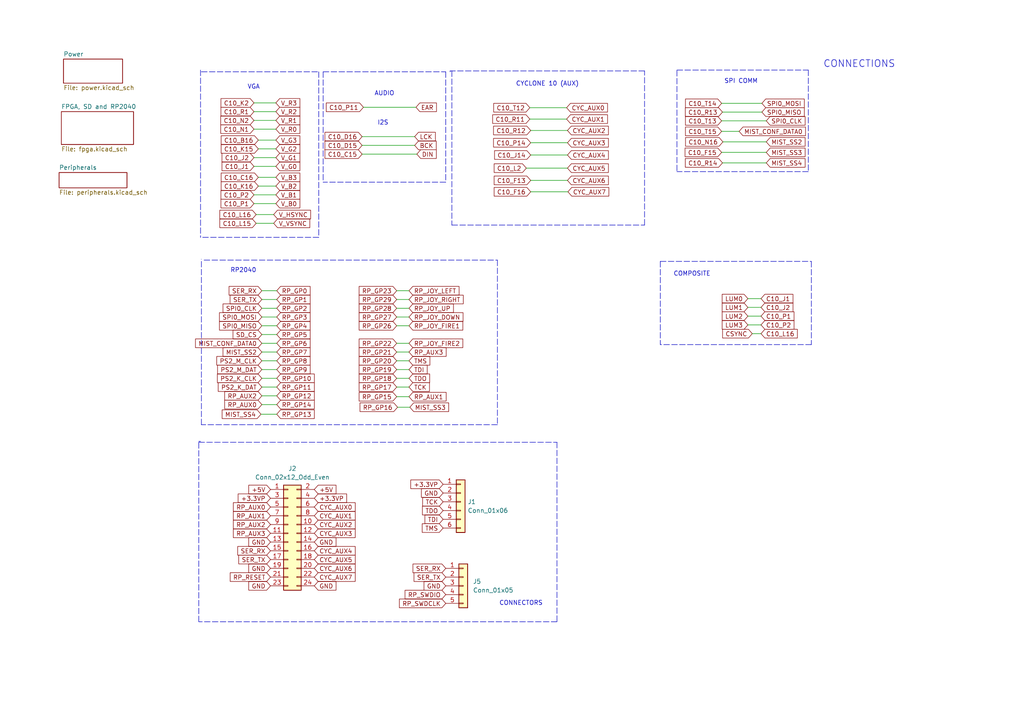
<source format=kicad_sch>
(kicad_sch (version 20231120) (generator "eeschema") (generator_version "8.0")
  (paper "A4")
  (title_block (title "Calypso") (date "2024-09-10") (rev "0.3"))
  (lib_symbols
    (symbol "Connector_Generic:Conn_01x05" (pin_names (offset 1.016) hide)
      (property "Reference" "J" (at 0 7.62 0))
      (property "Value" "Conn_01x05" (at 0 -7.62 0))
      (symbol "Conn_01x05_1_1"
        (rectangle (start -1.27 -4.953) (end 0 -5.207) (stroke (width 0.1524)))
        (rectangle (start -1.27 -2.413) (end 0 -2.667) (stroke (width 0.1524)))
        (rectangle (start -1.27 0.127) (end 0 -0.127) (stroke (width 0.1524)))
        (rectangle (start -1.27 2.667) (end 0 2.413) (stroke (width 0.1524)))
        (rectangle (start -1.27 5.207) (end 0 4.953) (stroke (width 0.1524)))
        (rectangle (start -1.27 6.35) (end 1.27 -6.35) (stroke (width 0.254)) (fill (type background)))
        (pin passive line (at -5.08 5.08 0) (length 3.81) (name "Pin_1") (number "1"))
        (pin passive line (at -5.08 2.54 0) (length 3.81) (name "Pin_2") (number "2"))
        (pin passive line (at -5.08 0 0) (length 3.81) (name "Pin_3") (number "3"))
        (pin passive line (at -5.08 -2.54 0) (length 3.81) (name "Pin_4") (number "4"))
        (pin passive line (at -5.08 -5.08 0) (length 3.81) (name "Pin_5") (number "5"))
      )
    )
    (symbol "Connector_Generic:Conn_01x06" (pin_names (offset 1.016) hide)
      (property "Reference" "J" (at 0 7.62 0))
      (property "Value" "Conn_01x06" (at 0 -10.16 0))
      (symbol "Conn_01x06_1_1"
        (rectangle (start -1.27 -7.493) (end 0 -7.747) (stroke (width 0.1524)))
        (rectangle (start -1.27 -4.953) (end 0 -5.207) (stroke (width 0.1524)))
        (rectangle (start -1.27 -2.413) (end 0 -2.667) (stroke (width 0.1524)))
        (rectangle (start -1.27 0.127) (end 0 -0.127) (stroke (width 0.1524)))
        (rectangle (start -1.27 2.667) (end 0 2.413) (stroke (width 0.1524)))
        (rectangle (start -1.27 5.207) (end 0 4.953) (stroke (width 0.1524)))
        (rectangle (start -1.27 6.35) (end 1.27 -8.89) (stroke (width 0.254)) (fill (type background)))
        (pin passive line (at -5.08 5.08 0) (length 3.81) (name "Pin_1") (number "1"))
        (pin passive line (at -5.08 2.54 0) (length 3.81) (name "Pin_2") (number "2"))
        (pin passive line (at -5.08 0 0) (length 3.81) (name "Pin_3") (number "3"))
        (pin passive line (at -5.08 -2.54 0) (length 3.81) (name "Pin_4") (number "4"))
        (pin passive line (at -5.08 -5.08 0) (length 3.81) (name "Pin_5") (number "5"))
        (pin passive line (at -5.08 -7.62 0) (length 3.81) (name "Pin_6") (number "6"))
      )
    )
    (symbol "Connector_Generic:Conn_02x12_Odd_Even" (pin_names (offset 1.016) hide)
      (property "Reference" "J" (at 1.27 15.24 0))
      (property "Value" "Conn_02x12_Odd_Even" (at 1.27 -17.78 0))
      (symbol "Conn_02x12_Odd_Even_1_1"
        (rectangle (start -1.27 -15.113) (end 0 -15.367) (stroke (width 0.1524)))
        (rectangle (start -1.27 -12.573) (end 0 -12.827) (stroke (width 0.1524)))
        (rectangle (start -1.27 -10.033) (end 0 -10.287) (stroke (width 0.1524)))
        (rectangle (start -1.27 -7.493) (end 0 -7.747) (stroke (width 0.1524)))
        (rectangle (start -1.27 -4.953) (end 0 -5.207) (stroke (width 0.1524)))
        (rectangle (start -1.27 -2.413) (end 0 -2.667) (stroke (width 0.1524)))
        (rectangle (start -1.27 0.127) (end 0 -0.127) (stroke (width 0.1524)))
        (rectangle (start -1.27 2.667) (end 0 2.413) (stroke (width 0.1524)))
        (rectangle (start -1.27 5.207) (end 0 4.953) (stroke (width 0.1524)))
        (rectangle (start -1.27 7.747) (end 0 7.493) (stroke (width 0.1524)))
        (rectangle (start -1.27 10.287) (end 0 10.033) (stroke (width 0.1524)))
        (rectangle (start -1.27 12.827) (end 0 12.573) (stroke (width 0.1524)))
        (rectangle (start -1.27 13.97) (end 3.81 -16.51) (stroke (width 0.254)) (fill (type background)))
        (rectangle (start 3.81 -15.113) (end 2.54 -15.367) (stroke (width 0.1524)))
        (rectangle (start 3.81 -12.573) (end 2.54 -12.827) (stroke (width 0.1524)))
        (rectangle (start 3.81 -10.033) (end 2.54 -10.287) (stroke (width 0.1524)))
        (rectangle (start 3.81 -7.493) (end 2.54 -7.747) (stroke (width 0.1524)))
        (rectangle (start 3.81 -4.953) (end 2.54 -5.207) (stroke (width 0.1524)))
        (rectangle (start 3.81 -2.413) (end 2.54 -2.667) (stroke (width 0.1524)))
        (rectangle (start 3.81 0.127) (end 2.54 -0.127) (stroke (width 0.1524)))
        (rectangle (start 3.81 2.667) (end 2.54 2.413) (stroke (width 0.1524)))
        (rectangle (start 3.81 5.207) (end 2.54 4.953) (stroke (width 0.1524)))
        (rectangle (start 3.81 7.747) (end 2.54 7.493) (stroke (width 0.1524)))
        (rectangle (start 3.81 10.287) (end 2.54 10.033) (stroke (width 0.1524)))
        (rectangle (start 3.81 12.827) (end 2.54 12.573) (stroke (width 0.1524)))
        (pin passive line (at -5.08 12.7 0) (length 3.81) (name "Pin_1") (number "1"))
        (pin passive line (at 7.62 2.54 180) (length 3.81) (name "Pin_10") (number "10"))
        (pin passive line (at -5.08 0 0) (length 3.81) (name "Pin_11") (number "11"))
        (pin passive line (at 7.62 0 180) (length 3.81) (name "Pin_12") (number "12"))
        (pin passive line (at -5.08 -2.54 0) (length 3.81) (name "Pin_13") (number "13"))
        (pin passive line (at 7.62 -2.54 180) (length 3.81) (name "Pin_14") (number "14"))
        (pin passive line (at -5.08 -5.08 0) (length 3.81) (name "Pin_15") (number "15"))
        (pin passive line (at 7.62 -5.08 180) (length 3.81) (name "Pin_16") (number "16"))
        (pin passive line (at -5.08 -7.62 0) (length 3.81) (name "Pin_17") (number "17"))
        (pin passive line (at 7.62 -7.62 180) (length 3.81) (name "Pin_18") (number "18"))
        (pin passive line (at -5.08 -10.16 0) (length 3.81) (name "Pin_19") (number "19"))
        (pin passive line (at 7.62 12.7 180) (length 3.81) (name "Pin_2") (number "2"))
        (pin passive line (at 7.62 -10.16 180) (length 3.81) (name "Pin_20") (number "20"))
        (pin passive line (at -5.08 -12.7 0) (length 3.81) (name "Pin_21") (number "21"))
        (pin passive line (at 7.62 -12.7 180) (length 3.81) (name "Pin_22") (number "22"))
        (pin passive line (at -5.08 -15.24 0) (length 3.81) (name "Pin_23") (number "23"))
        (pin passive line (at 7.62 -15.24 180) (length 3.81) (name "Pin_24") (number "24"))
        (pin passive line (at -5.08 10.16 0) (length 3.81) (name "Pin_3") (number "3"))
        (pin passive line (at 7.62 10.16 180) (length 3.81) (name "Pin_4") (number "4"))
        (pin passive line (at -5.08 7.62 0) (length 3.81) (name "Pin_5") (number "5"))
        (pin passive line (at 7.62 7.62 180) (length 3.81) (name "Pin_6") (number "6"))
        (pin passive line (at -5.08 5.08 0) (length 3.81) (name "Pin_7") (number "7"))
        (pin passive line (at 7.62 5.08 180) (length 3.81) (name "Pin_8") (number "8"))
        (pin passive line (at -5.08 2.54 0) (length 3.81) (name "Pin_9") (number "9"))
      )
    )
  )
  (wire (pts (xy 74.93 43.18) (xy 80.01 43.18)))
  (wire (pts (xy 73.66 45.72) (xy 80.01 45.72)))
  (polyline (pts (xy 131.064 65.278) (xy 186.944 65.278)) (stroke (width 0) (type dash)))
  (polyline (pts (xy 161.544 180.34) (xy 57.658 180.34)) (stroke (width 0) (type dash)))
  (wire (pts (xy 216.916 89.154) (xy 220.726 89.154)))
  (wire (pts (xy 115.062 94.488) (xy 118.618 94.488)))
  (wire (pts (xy 74.295 62.23) (xy 79.375 62.23)))
  (wire (pts (xy 75.946 97.028) (xy 80.264 97.028)))
  (wire (pts (xy 209.296 44.196) (xy 222.25 44.196)))
  (wire (pts (xy 153.924 52.324) (xy 164.592 52.324)))
  (polyline (pts (xy 92.456 68.834) (xy 58.166 68.834)) (stroke (width 0) (type dash)))
  (wire (pts (xy 73.66 29.845) (xy 80.01 29.845)))
  (polyline (pts (xy 57.658 180.34) (xy 57.658 128.016)) (stroke (width 0) (type dash)))
  (polyline (pts (xy 58.166 20.32) (xy 58.166 68.834)) (stroke (width 0) (type dash)))
  (polyline (pts (xy 59.182 75.438) (xy 144.272 75.438)) (stroke (width 0) (type dash)))
  (polyline (pts (xy 57.658 128.016) (xy 58.166 128.016)) (stroke (width 0) (type dash)))
  (wire (pts (xy 115.062 89.408) (xy 118.618 89.408)))
  (wire (pts (xy 75.946 112.268) (xy 80.264 112.268)))
  (polyline (pts (xy 186.944 20.574) (xy 130.556 20.574)) (stroke (width 0) (type dash)))
  (wire (pts (xy 115.062 84.328) (xy 118.618 84.328)))
  (polyline (pts (xy 235.331 75.819) (xy 235.331 99.949)) (stroke (width 0) (type dash)))
  (wire (pts (xy 118.872 118.11) (xy 115.316 118.11)))
  (polyline (pts (xy 92.456 20.828) (xy 92.456 68.834)) (stroke (width 0) (type dash)))
  (wire (pts (xy 75.946 86.868) (xy 80.264 86.868)))
  (wire (pts (xy 74.295 64.77) (xy 79.375 64.77)))
  (polyline (pts (xy 235.331 99.949) (xy 191.516 99.949)) (stroke (width 0) (type dash)))
  (wire (pts (xy 209.55 47.244) (xy 222.25 47.244)))
  (wire (pts (xy 73.66 34.925) (xy 80.01 34.925)))
  (wire (pts (xy 209.296 29.972) (xy 220.98 29.972)))
  (wire (pts (xy 74.93 40.64) (xy 80.01 40.64)))
  (polyline (pts (xy 186.944 65.278) (xy 186.944 20.574)) (stroke (width 0) (type dash)))
  (wire (pts (xy 105.029 42.164) (xy 120.269 42.164)))
  (polyline (pts (xy 144.272 123.19) (xy 58.42 123.19)) (stroke (width 0) (type dash)))
  (wire (pts (xy 216.916 91.694) (xy 220.726 91.694)))
  (polyline (pts (xy 58.42 20.828) (xy 92.456 20.828)) (stroke (width 0) (type dash)))
  (polyline (pts (xy 58.42 123.19) (xy 58.42 75.184)) (stroke (width 0) (type dash)))
  (wire (pts (xy 115.062 99.568) (xy 118.618 99.568)))
  (wire (pts (xy 75.946 104.648) (xy 80.264 104.648)))
  (wire (pts (xy 105.029 39.624) (xy 120.269 39.624)))
  (wire (pts (xy 73.66 59.055) (xy 80.01 59.055)))
  (polyline (pts (xy 191.516 75.819) (xy 191.516 99.949)) (stroke (width 0) (type dash)))
  (wire (pts (xy 75.946 117.348) (xy 80.264 117.348)))
  (wire (pts (xy 209.296 35.052) (xy 222.25 35.052)))
  (polyline (pts (xy 161.544 128.27) (xy 161.544 180.34)) (stroke (width 0) (type dash)))
  (polyline (pts (xy 57.658 128.27) (xy 161.544 128.27)) (stroke (width 0) (type dash)))
  (wire (pts (xy 105.029 44.704) (xy 120.904 44.704)))
  (wire (pts (xy 209.677 41.148) (xy 222.25 41.148)))
  (wire (pts (xy 73.66 48.26) (xy 80.01 48.26)))
  (wire (pts (xy 75.946 109.728) (xy 80.264 109.728)))
  (wire (pts (xy 75.946 94.488) (xy 80.264 94.488)))
  (wire (pts (xy 115.062 107.188) (xy 118.618 107.188)))
  (wire (pts (xy 75.946 107.188) (xy 80.264 107.188)))
  (polyline (pts (xy 129.286 52.832) (xy 93.726 52.832)) (stroke (width 0) (type dash)))
  (wire (pts (xy 115.062 86.868) (xy 118.618 86.868)))
  (wire (pts (xy 73.66 32.385) (xy 80.01 32.385)))
  (wire (pts (xy 75.946 102.108) (xy 80.264 102.108)))
  (wire (pts (xy 75.946 114.808) (xy 80.264 114.808)))
  (wire (pts (xy 153.924 37.846) (xy 164.592 37.846)))
  (polyline (pts (xy 93.726 20.828) (xy 129.286 20.828)) (stroke (width 0) (type dash)))
  (wire (pts (xy 115.062 104.648) (xy 118.618 104.648)))
  (polyline (pts (xy 234.442 49.784) (xy 196.342 49.784)) (stroke (width 0) (type dash)))
  (wire (pts (xy 216.916 94.234) (xy 220.726 94.234)))
  (polyline (pts (xy 196.342 49.53) (xy 196.342 20.32)) (stroke (width 0) (type dash)))
  (wire (pts (xy 153.67 34.544) (xy 164.338 34.544)))
  (wire (pts (xy 115.062 112.268) (xy 118.618 112.268)))
  (polyline (pts (xy 131.064 20.574) (xy 131.064 65.278)) (stroke (width 0) (type dash)))
  (wire (pts (xy 209.55 32.512) (xy 220.98 32.512)))
  (wire (pts (xy 75.946 89.408) (xy 80.264 89.408)))
  (polyline (pts (xy 130.556 20.574) (xy 130.556 20.828)) (stroke (width 0) (type dash)))
  (wire (pts (xy 75.946 99.568) (xy 80.264 99.568)))
  (wire (pts (xy 115.062 91.948) (xy 118.618 91.948)))
  (polyline (pts (xy 191.516 75.819) (xy 235.331 75.819)) (stroke (width 0) (type dash)))
  (polyline (pts (xy 234.442 20.32) (xy 234.442 49.784)) (stroke (width 0) (type dash)))
  (wire (pts (xy 115.062 115.062) (xy 118.618 115.062)))
  (wire (pts (xy 74.93 51.435) (xy 80.01 51.435)))
  (wire (pts (xy 105.41 31.115) (xy 120.65 31.115)))
  (polyline (pts (xy 196.342 20.32) (xy 234.442 20.32)) (stroke (width 0) (type dash)))
  (polyline (pts (xy 129.286 20.828) (xy 129.286 52.832)) (stroke (width 0) (type dash)))
  (wire (pts (xy 115.062 102.108) (xy 118.618 102.108)))
  (wire (pts (xy 75.946 91.948) (xy 80.264 91.948)))
  (wire (pts (xy 209.296 38.1) (xy 214.376 38.1)))
  (wire (pts (xy 115.062 109.728) (xy 118.618 109.728)))
  (wire (pts (xy 218.186 96.774) (xy 220.726 96.774)))
  (wire (pts (xy 153.924 44.958) (xy 164.592 44.958)))
  (wire (pts (xy 74.93 53.975) (xy 80.01 53.975)))
  (wire (pts (xy 153.924 41.402) (xy 164.592 41.402)))
  (wire (pts (xy 152.654 48.768) (xy 164.592 48.768)))
  (polyline (pts (xy 93.726 20.828) (xy 93.726 52.832)) (stroke (width 0) (type dash)))
  (wire (pts (xy 153.67 31.242) (xy 164.338 31.242)))
  (wire (pts (xy 216.916 86.614) (xy 220.726 86.614)))
  (wire (pts (xy 73.66 56.515) (xy 80.01 56.515)))
  (wire (pts (xy 153.924 55.626) (xy 164.719 55.626)))
  (wire (pts (xy 75.692 120.142) (xy 80.264 120.142)))
  (wire (pts (xy 75.946 84.328) (xy 80.264 84.328)))
  (wire (pts (xy 73.66 37.465) (xy 80.01 37.465)))
  (polyline (pts (xy 144.272 75.438) (xy 144.272 123.19)) (stroke (width 0) (type dash)))
  (text "CONNECTIONS" (at 238.76 19.812 0) (effects (font (size 2.0066 2.0066)) (justify left bottom)))
  (text "VGA" (at 71.755 26.035 0) (effects (font (size 1.27 1.27)) (justify left bottom)))
  (text "AUDIO" (at 108.585 27.94 0) (effects (font (size 1.27 1.27)) (justify left bottom)))
  (text "CONNECTORS" (at 144.78 175.768 0) (effects (font (size 1.27 1.27)) (justify left bottom)))
  (text "CYCLONE 10 (AUX)" (at 149.606 25.146 0) (effects (font (size 1.27 1.27)) (justify left bottom)))
  (text "SPI COMM" (at 210.058 24.384 0) (effects (font (size 1.27 1.27)) (justify left bottom)))
  (text "COMPOSITE" (at 195.326 80.264 0) (effects (font (size 1.27 1.27)) (justify left bottom)))
  (text "I2S" (at 109.474 36.449 0) (effects (font (size 1.27 1.27)) (justify left bottom)))
  (text "RP2040" (at 66.802 79.248 0) (effects (font (size 1.27 1.27)) (justify left bottom)))
  (global_label "RP_RESET" (shape input) (at 78.4555 167.3773 180) (property "Intersheetrefs" "${INTERSHEET_REFS}" (effects (hide yes))))
  (global_label "C10_D16" (shape input) (at 105.029 39.624 180) (property "Intersheetrefs" "${INTERSHEET_REFS}" (effects (hide yes))))
  (global_label "RP_AUX0" (shape input) (at 78.4555 147.0573 180) (property "Intersheetrefs" "${INTERSHEET_REFS}" (effects (hide yes))))
  (global_label "CYC_AUX3" (shape input) (at 164.592 41.402 0) (property "Intersheetrefs" "${INTERSHEET_REFS}" (effects (hide yes))))
  (global_label "C10_L2" (shape input) (at 152.654 48.768 180) (property "Intersheetrefs" "${INTERSHEET_REFS}" (effects (hide yes))))
  (global_label "GND" (shape input) (at 128.524 143.002 180) (property "Intersheetrefs" "${INTERSHEET_REFS}" (effects (hide yes))))
  (global_label "MIST_SS3" (shape input) (at 118.872 118.11 0) (property "Intersheetrefs" "${INTERSHEET_REFS}" (effects (hide yes))))
  (global_label "CYC_AUX6" (shape input) (at 91.1555 164.8373 0) (property "Intersheetrefs" "${INTERSHEET_REFS}" (effects (hide yes))))
  (global_label "CYC_AUX5" (shape input) (at 164.592 48.768 0) (property "Intersheetrefs" "${INTERSHEET_REFS}" (effects (hide yes))))
  (global_label "MIST_SS3" (shape input) (at 222.25 44.196 0) (property "Intersheetrefs" "${INTERSHEET_REFS}" (effects (hide yes))))
  (global_label "RP_AUX0" (shape input) (at 75.946 117.348 180) (property "Intersheetrefs" "${INTERSHEET_REFS}" (effects (hide yes))))
  (global_label "SPI0_MISO" (shape input) (at 220.98 32.512 0) (property "Intersheetrefs" "${INTERSHEET_REFS}" (effects (hide yes))))
  (global_label "RP_GP1" (shape input) (at 80.264 86.868 0) (property "Intersheetrefs" "${INTERSHEET_REFS}" (effects (hide yes))))
  (global_label "RP_AUX3" (shape input) (at 118.618 102.108 0) (property "Intersheetrefs" "${INTERSHEET_REFS}" (effects (hide yes))))
  (global_label "MIST_CONF_DATA0" (shape input) (at 214.376 38.1 0) (property "Intersheetrefs" "${INTERSHEET_REFS}" (effects (hide yes))))
  (global_label "V_G3" (shape input) (at 80.01 40.64 0) (property "Intersheetrefs" "${INTERSHEET_REFS}" (effects (hide yes))))
  (global_label "CYC_AUX3" (shape input) (at 91.1555 154.6773 0) (property "Intersheetrefs" "${INTERSHEET_REFS}" (effects (hide yes))))
  (global_label "GND" (shape input) (at 78.4555 164.8373 180) (property "Intersheetrefs" "${INTERSHEET_REFS}" (effects (hide yes))))
  (global_label "RP_JOY_FIRE1" (shape input) (at 118.618 94.488 0) (property "Intersheetrefs" "${INTERSHEET_REFS}" (effects (hide yes))))
  (global_label "V_B3" (shape input) (at 80.01 51.435 0) (property "Intersheetrefs" "${INTERSHEET_REFS}" (effects (hide yes))))
  (global_label "PS2_M_CLK" (shape input) (at 75.946 104.648 180) (property "Intersheetrefs" "${INTERSHEET_REFS}" (effects (hide yes))))
  (global_label "SER_TX" (shape input) (at 129.286 167.386 180) (property "Intersheetrefs" "${INTERSHEET_REFS}" (effects (hide yes))))
  (global_label "GND" (shape input) (at 91.1555 157.2173 0) (property "Intersheetrefs" "${INTERSHEET_REFS}" (effects (hide yes))))
  (global_label "V_B2" (shape input) (at 80.01 53.975 0) (property "Intersheetrefs" "${INTERSHEET_REFS}" (effects (hide yes))))
  (global_label "TMS" (shape input) (at 128.524 153.162 180) (property "Intersheetrefs" "${INTERSHEET_REFS}" (effects (hide yes))))
  (global_label "CYC_AUX7" (shape input) (at 164.719 55.626 0) (property "Intersheetrefs" "${INTERSHEET_REFS}" (effects (hide yes))))
  (global_label "PS2_K_DAT" (shape input) (at 75.946 112.268 180) (property "Intersheetrefs" "${INTERSHEET_REFS}" (effects (hide yes))))
  (global_label "V_R0" (shape input) (at 80.01 37.465 0) (property "Intersheetrefs" "${INTERSHEET_REFS}" (effects (hide yes))))
  (global_label "GND" (shape input) (at 78.4555 157.2173 180) (property "Intersheetrefs" "${INTERSHEET_REFS}" (effects (hide yes))))
  (global_label "RP_GP29" (shape input) (at 115.062 86.868 180) (property "Intersheetrefs" "${INTERSHEET_REFS}" (effects (hide yes))))
  (global_label "V_B1" (shape input) (at 80.01 56.515 0) (property "Intersheetrefs" "${INTERSHEET_REFS}" (effects (hide yes))))
  (global_label "MIST_SS2" (shape input) (at 222.25 41.148 0) (property "Intersheetrefs" "${INTERSHEET_REFS}" (effects (hide yes))))
  (global_label "C10_D15" (shape input) (at 105.029 42.164 180) (property "Intersheetrefs" "${INTERSHEET_REFS}" (effects (hide yes))))
  (global_label "MIST_SS4" (shape input) (at 222.25 47.244 0) (property "Intersheetrefs" "${INTERSHEET_REFS}" (effects (hide yes))))
  (global_label "CYC_AUX0" (shape input) (at 91.1555 147.0573 0) (property "Intersheetrefs" "${INTERSHEET_REFS}" (effects (hide yes))))
  (global_label "GND" (shape input) (at 78.4555 169.9173 180) (property "Intersheetrefs" "${INTERSHEET_REFS}" (effects (hide yes))))
  (global_label "CYC_AUX4" (shape input) (at 91.1555 159.7573 0) (property "Intersheetrefs" "${INTERSHEET_REFS}" (effects (hide yes))))
  (global_label "C10_L16" (shape input) (at 74.295 62.23 180) (property "Intersheetrefs" "${INTERSHEET_REFS}" (effects (hide yes))))
  (global_label "LUM0" (shape input) (at 216.916 86.614 180) (property "Intersheetrefs" "${INTERSHEET_REFS}" (effects (hide yes))))
  (global_label "RP_GP4" (shape input) (at 80.264 94.488 0) (property "Intersheetrefs" "${INTERSHEET_REFS}" (effects (hide yes))))
  (global_label "RP_GP16" (shape input) (at 115.316 118.11 180) (property "Intersheetrefs" "${INTERSHEET_REFS}" (effects (hide yes))))
  (global_label "C10_J14" (shape input) (at 153.924 44.958 180) (property "Intersheetrefs" "${INTERSHEET_REFS}" (effects (hide yes))))
  (global_label "C10_J2" (shape input) (at 73.66 45.72 180) (property "Intersheetrefs" "${INTERSHEET_REFS}" (effects (hide yes))))
  (global_label "TDO" (shape input) (at 118.618 109.728 0) (property "Intersheetrefs" "${INTERSHEET_REFS}" (effects (hide yes))))
  (global_label "V_R1" (shape input) (at 80.01 34.925 0) (property "Intersheetrefs" "${INTERSHEET_REFS}" (effects (hide yes))))
  (global_label "RP_GP7" (shape input) (at 80.264 102.108 0) (property "Intersheetrefs" "${INTERSHEET_REFS}" (effects (hide yes))))
  (global_label "C10_K16" (shape input) (at 74.93 53.975 180) (property "Intersheetrefs" "${INTERSHEET_REFS}" (effects (hide yes))))
  (global_label "V_R2" (shape input) (at 80.01 32.385 0) (property "Intersheetrefs" "${INTERSHEET_REFS}" (effects (hide yes))))
  (global_label "GND" (shape input) (at 91.1555 169.9173 0) (property "Intersheetrefs" "${INTERSHEET_REFS}" (effects (hide yes))))
  (global_label "RP_GP27" (shape input) (at 115.062 91.948 180) (property "Intersheetrefs" "${INTERSHEET_REFS}" (effects (hide yes))))
  (global_label "TDI" (shape input) (at 128.524 150.622 180) (property "Intersheetrefs" "${INTERSHEET_REFS}" (effects (hide yes))))
  (global_label "RP_GP13" (shape input) (at 80.264 120.142 0) (property "Intersheetrefs" "${INTERSHEET_REFS}" (effects (hide yes))))
  (global_label "TDO" (shape input) (at 128.524 148.082 180) (property "Intersheetrefs" "${INTERSHEET_REFS}" (effects (hide yes))))
  (global_label "RP_GP5" (shape input) (at 80.264 97.028 0) (property "Intersheetrefs" "${INTERSHEET_REFS}" (effects (hide yes))))
  (global_label "C10_T15" (shape input) (at 209.296 38.1 180) (property "Intersheetrefs" "${INTERSHEET_REFS}" (effects (hide yes))))
  (global_label "RP_GP11" (shape input) (at 80.264 112.268 0) (property "Intersheetrefs" "${INTERSHEET_REFS}" (effects (hide yes))))
  (global_label "RP_GP15" (shape input) (at 115.062 115.062 180) (property "Intersheetrefs" "${INTERSHEET_REFS}" (effects (hide yes))))
  (global_label "RP_GP12" (shape input) (at 80.264 114.808 0) (property "Intersheetrefs" "${INTERSHEET_REFS}" (effects (hide yes))))
  (global_label "C10_R1" (shape input) (at 73.66 32.385 180) (property "Intersheetrefs" "${INTERSHEET_REFS}" (effects (hide yes))))
  (global_label "RP_SWDCLK" (shape input) (at 129.286 175.006 180) (property "Intersheetrefs" "${INTERSHEET_REFS}" (effects (hide yes))))
  (global_label "C10_T12" (shape input) (at 153.67 31.242 180) (property "Intersheetrefs" "${INTERSHEET_REFS}" (effects (hide yes))))
  (global_label "SPI0_MOSI" (shape input) (at 75.946 91.948 180) (property "Intersheetrefs" "${INTERSHEET_REFS}" (effects (hide yes))))
  (global_label "LUM2" (shape input) (at 216.916 91.694 180) (property "Intersheetrefs" "${INTERSHEET_REFS}" (effects (hide yes))))
  (global_label "RP_JOY_FIRE2" (shape input) (at 118.618 99.568 0) (property "Intersheetrefs" "${INTERSHEET_REFS}" (effects (hide yes))))
  (global_label "CYC_AUX2" (shape input) (at 164.592 37.846 0) (property "Intersheetrefs" "${INTERSHEET_REFS}" (effects (hide yes))))
  (global_label "V_G0" (shape input) (at 80.01 48.26 0) (property "Intersheetrefs" "${INTERSHEET_REFS}" (effects (hide yes))))
  (global_label "SER_TX" (shape input) (at 78.4555 162.2973 180) (property "Intersheetrefs" "${INTERSHEET_REFS}" (effects (hide yes))))
  (global_label "C10_J1" (shape input) (at 73.66 48.26 180) (property "Intersheetrefs" "${INTERSHEET_REFS}" (effects (hide yes))))
  (global_label "SER_TX" (shape input) (at 75.946 86.868 180) (property "Intersheetrefs" "${INTERSHEET_REFS}" (effects (hide yes))))
  (global_label "MIST_SS4" (shape input) (at 75.692 120.142 180) (property "Intersheetrefs" "${INTERSHEET_REFS}" (effects (hide yes))))
  (global_label "RP_GP22" (shape input) (at 115.062 99.568 180) (property "Intersheetrefs" "${INTERSHEET_REFS}" (effects (hide yes))))
  (global_label "CYC_AUX2" (shape input) (at 91.1555 152.1373 0) (property "Intersheetrefs" "${INTERSHEET_REFS}" (effects (hide yes))))
  (global_label "SER_RX" (shape input) (at 78.4555 159.7573 180) (property "Intersheetrefs" "${INTERSHEET_REFS}" (effects (hide yes))))
  (global_label "C10_T13" (shape input) (at 209.296 35.052 180) (property "Intersheetrefs" "${INTERSHEET_REFS}" (effects (hide yes))))
  (global_label "RP_GP3" (shape input) (at 80.264 91.948 0) (property "Intersheetrefs" "${INTERSHEET_REFS}" (effects (hide yes))))
  (global_label "C10_R12" (shape input) (at 153.924 37.846 180) (property "Intersheetrefs" "${INTERSHEET_REFS}" (effects (hide yes))))
  (global_label "RP_AUX1" (shape input) (at 78.4555 149.5973 180) (property "Intersheetrefs" "${INTERSHEET_REFS}" (effects (hide yes))))
  (global_label "RP_GP14" (shape input) (at 80.264 117.348 0) (property "Intersheetrefs" "${INTERSHEET_REFS}" (effects (hide yes))))
  (global_label "V_G2" (shape input) (at 80.01 43.18 0) (property "Intersheetrefs" "${INTERSHEET_REFS}" (effects (hide yes))))
  (global_label "RP_GP0" (shape input) (at 80.264 84.328 0) (property "Intersheetrefs" "${INTERSHEET_REFS}" (effects (hide yes))))
  (global_label "CYC_AUX7" (shape input) (at 91.1555 167.3773 0) (property "Intersheetrefs" "${INTERSHEET_REFS}" (effects (hide yes))))
  (global_label "RP_GP2" (shape input) (at 80.264 89.408 0) (property "Intersheetrefs" "${INTERSHEET_REFS}" (effects (hide yes))))
  (global_label "LUM1" (shape input) (at 216.916 89.154 180) (property "Intersheetrefs" "${INTERSHEET_REFS}" (effects (hide yes))))
  (global_label "+5V" (shape input) (at 91.1555 141.9773 0) (property "Intersheetrefs" "${INTERSHEET_REFS}" (effects (hide yes))))
  (global_label "C10_R14" (shape input) (at 209.55 47.244 180) (property "Intersheetrefs" "${INTERSHEET_REFS}" (effects (hide yes))))
  (global_label "+3.3VP" (shape input) (at 91.1555 144.5173 0) (property "Intersheetrefs" "${INTERSHEET_REFS}" (effects (hide yes))))
  (global_label "SPI0_MISO" (shape input) (at 75.946 94.488 180) (property "Intersheetrefs" "${INTERSHEET_REFS}" (effects (hide yes))))
  (global_label "CYC_AUX6" (shape input) (at 164.592 52.324 0) (property "Intersheetrefs" "${INTERSHEET_REFS}" (effects (hide yes))))
  (global_label "V_G1" (shape input) (at 80.01 45.72 0) (property "Intersheetrefs" "${INTERSHEET_REFS}" (effects (hide yes))))
  (global_label "GND" (shape input) (at 129.286 169.926 180) (property "Intersheetrefs" "${INTERSHEET_REFS}" (effects (hide yes))))
  (global_label "TMS" (shape input) (at 118.618 104.648 0) (property "Intersheetrefs" "${INTERSHEET_REFS}" (effects (hide yes))))
  (global_label "SPI0_MOSI" (shape input) (at 220.98 29.972 0) (property "Intersheetrefs" "${INTERSHEET_REFS}" (effects (hide yes))))
  (global_label "C10_R13" (shape input) (at 209.55 32.512 180) (property "Intersheetrefs" "${INTERSHEET_REFS}" (effects (hide yes))))
  (global_label "RP_GP26" (shape input) (at 115.062 94.488 180) (property "Intersheetrefs" "${INTERSHEET_REFS}" (effects (hide yes))))
  (global_label "C10_K15" (shape input) (at 74.93 43.18 180) (property "Intersheetrefs" "${INTERSHEET_REFS}" (effects (hide yes))))
  (global_label "BCK" (shape input) (at 120.269 42.164 0) (property "Intersheetrefs" "${INTERSHEET_REFS}" (effects (hide yes))))
  (global_label "CSYNC" (shape input) (at 218.186 96.774 180) (property "Intersheetrefs" "${INTERSHEET_REFS}" (effects (hide yes))))
  (global_label "RP_JOY_RIGHT" (shape input) (at 118.618 86.868 0) (property "Intersheetrefs" "${INTERSHEET_REFS}" (effects (hide yes))))
  (global_label "RP_AUX2" (shape input) (at 78.4555 152.1373 180) (property "Intersheetrefs" "${INTERSHEET_REFS}" (effects (hide yes))))
  (global_label "C10_K2" (shape input) (at 73.66 29.845 180) (property "Intersheetrefs" "${INTERSHEET_REFS}" (effects (hide yes))))
  (global_label "RP_GP18" (shape input) (at 115.062 109.728 180) (property "Intersheetrefs" "${INTERSHEET_REFS}" (effects (hide yes))))
  (global_label "RP_GP20" (shape input) (at 115.062 104.648 180) (property "Intersheetrefs" "${INTERSHEET_REFS}" (effects (hide yes))))
  (global_label "RP_SWDIO" (shape input) (at 129.286 172.466 180) (property "Intersheetrefs" "${INTERSHEET_REFS}" (effects (hide yes))))
  (global_label "LUM3" (shape input) (at 216.916 94.234 180) (property "Intersheetrefs" "${INTERSHEET_REFS}" (effects (hide yes))))
  (global_label "+3.3VP" (shape input) (at 128.524 140.462 180) (property "Intersheetrefs" "${INTERSHEET_REFS}" (effects (hide yes))))
  (global_label "C10_P2" (shape input) (at 73.66 56.515 180) (property "Intersheetrefs" "${INTERSHEET_REFS}" (effects (hide yes))))
  (global_label "C10_N1" (shape input) (at 73.66 37.465 180) (property "Intersheetrefs" "${INTERSHEET_REFS}" (effects (hide yes))))
  (global_label "RP_AUX1" (shape input) (at 118.618 115.062 0) (property "Intersheetrefs" "${INTERSHEET_REFS}" (effects (hide yes))))
  (global_label "C10_P1" (shape input) (at 73.66 59.055 180) (property "Intersheetrefs" "${INTERSHEET_REFS}" (effects (hide yes))))
  (global_label "+5V" (shape input) (at 78.4555 141.9773 180) (property "Intersheetrefs" "${INTERSHEET_REFS}" (effects (hide yes))))
  (global_label "C10_J2" (shape input) (at 220.726 89.154 0) (property "Intersheetrefs" "${INTERSHEET_REFS}" (effects (hide yes))))
  (global_label "SPI0_CLK" (shape input) (at 222.25 35.052 0) (property "Intersheetrefs" "${INTERSHEET_REFS}" (effects (hide yes))))
  (global_label "SER_RX" (shape input) (at 129.286 164.846 180) (property "Intersheetrefs" "${INTERSHEET_REFS}" (effects (hide yes))))
  (global_label "C10_F16" (shape input) (at 153.924 55.626 180) (property "Intersheetrefs" "${INTERSHEET_REFS}" (effects (hide yes))))
  (global_label "C10_F15" (shape input) (at 209.296 44.196 180) (property "Intersheetrefs" "${INTERSHEET_REFS}" (effects (hide yes))))
  (global_label "RP_AUX3" (shape input) (at 78.4555 154.6773 180) (property "Intersheetrefs" "${INTERSHEET_REFS}" (effects (hide yes))))
  (global_label "DIN" (shape input) (at 120.904 44.704 0) (property "Intersheetrefs" "${INTERSHEET_REFS}" (effects (hide yes))))
  (global_label "V_R3" (shape input) (at 80.01 29.845 0) (property "Intersheetrefs" "${INTERSHEET_REFS}" (effects (hide yes))))
  (global_label "+3.3VP" (shape input) (at 78.4555 144.5173 180) (property "Intersheetrefs" "${INTERSHEET_REFS}" (effects (hide yes))))
  (global_label "C10_N16" (shape input) (at 209.677 41.148 180) (property "Intersheetrefs" "${INTERSHEET_REFS}" (effects (hide yes))))
  (global_label "RP_GP17" (shape input) (at 115.062 112.268 180) (property "Intersheetrefs" "${INTERSHEET_REFS}" (effects (hide yes))))
  (global_label "RP_JOY_DOWN" (shape input) (at 118.618 91.948 0) (property "Intersheetrefs" "${INTERSHEET_REFS}" (effects (hide yes))))
  (global_label "RP_GP9" (shape input) (at 80.264 107.188 0) (property "Intersheetrefs" "${INTERSHEET_REFS}" (effects (hide yes))))
  (global_label "C10_J1" (shape input) (at 220.726 86.614 0) (property "Intersheetrefs" "${INTERSHEET_REFS}" (effects (hide yes))))
  (global_label "RP_GP23" (shape input) (at 115.062 84.328 180) (property "Intersheetrefs" "${INTERSHEET_REFS}" (effects (hide yes))))
  (global_label "RP_GP10" (shape input) (at 80.264 109.728 0) (property "Intersheetrefs" "${INTERSHEET_REFS}" (effects (hide yes))))
  (global_label "RP_GP6" (shape input) (at 80.264 99.568 0) (property "Intersheetrefs" "${INTERSHEET_REFS}" (effects (hide yes))))
  (global_label "CYC_AUX4" (shape input) (at 164.592 44.958 0) (property "Intersheetrefs" "${INTERSHEET_REFS}" (effects (hide yes))))
  (global_label "RP_GP28" (shape input) (at 115.062 89.408 180) (property "Intersheetrefs" "${INTERSHEET_REFS}" (effects (hide yes))))
  (global_label "RP_JOY_UP" (shape input) (at 118.618 89.408 0) (property "Intersheetrefs" "${INTERSHEET_REFS}" (effects (hide yes))))
  (global_label "LCK" (shape input) (at 120.269 39.624 0) (property "Intersheetrefs" "${INTERSHEET_REFS}" (effects (hide yes))))
  (global_label "RP_GP21" (shape input) (at 115.062 102.108 180) (property "Intersheetrefs" "${INTERSHEET_REFS}" (effects (hide yes))))
  (global_label "TCK" (shape input) (at 118.618 112.268 0) (property "Intersheetrefs" "${INTERSHEET_REFS}" (effects (hide yes))))
  (global_label "C10_B16" (shape input) (at 74.93 40.64 180) (property "Intersheetrefs" "${INTERSHEET_REFS}" (effects (hide yes))))
  (global_label "MIST_SS2" (shape input) (at 75.946 102.108 180) (property "Intersheetrefs" "${INTERSHEET_REFS}" (effects (hide yes))))
  (global_label "C10_C15" (shape input) (at 105.029 44.704 180) (property "Intersheetrefs" "${INTERSHEET_REFS}" (effects (hide yes))))
  (global_label "C10_F13" (shape input) (at 153.924 52.324 180) (property "Intersheetrefs" "${INTERSHEET_REFS}" (effects (hide yes))))
  (global_label "C10_R11" (shape input) (at 153.67 34.544 180) (property "Intersheetrefs" "${INTERSHEET_REFS}" (effects (hide yes))))
  (global_label "CYC_AUX5" (shape input) (at 91.1555 162.2973 0) (property "Intersheetrefs" "${INTERSHEET_REFS}" (effects (hide yes))))
  (global_label "EAR" (shape input) (at 120.65 31.115 0) (property "Intersheetrefs" "${INTERSHEET_REFS}" (effects (hide yes))))
  (global_label "TDI" (shape input) (at 118.618 107.188 0) (property "Intersheetrefs" "${INTERSHEET_REFS}" (effects (hide yes))))
  (global_label "PS2_M_DAT" (shape input) (at 75.946 107.188 180) (property "Intersheetrefs" "${INTERSHEET_REFS}" (effects (hide yes))))
  (global_label "CYC_AUX1" (shape input) (at 164.338 34.544 0) (property "Intersheetrefs" "${INTERSHEET_REFS}" (effects (hide yes))))
  (global_label "RP_AUX2" (shape input) (at 75.946 114.808 180) (property "Intersheetrefs" "${INTERSHEET_REFS}" (effects (hide yes))))
  (global_label "C10_P1" (shape input) (at 220.726 91.694 0) (property "Intersheetrefs" "${INTERSHEET_REFS}" (effects (hide yes))))
  (global_label "C10_T14" (shape input) (at 209.296 29.972 180) (property "Intersheetrefs" "${INTERSHEET_REFS}" (effects (hide yes))))
  (global_label "PS2_K_CLK" (shape input) (at 75.946 109.728 180) (property "Intersheetrefs" "${INTERSHEET_REFS}" (effects (hide yes))))
  (global_label "SPI0_CLK" (shape input) (at 75.946 89.408 180) (property "Intersheetrefs" "${INTERSHEET_REFS}" (effects (hide yes))))
  (global_label "C10_P2" (shape input) (at 220.726 94.234 0) (property "Intersheetrefs" "${INTERSHEET_REFS}" (effects (hide yes))))
  (global_label "RP_GP8" (shape input) (at 80.264 104.648 0) (property "Intersheetrefs" "${INTERSHEET_REFS}" (effects (hide yes))))
  (global_label "TCK" (shape input) (at 128.524 145.542 180) (property "Intersheetrefs" "${INTERSHEET_REFS}" (effects (hide yes))))
  (global_label "C10_L16" (shape input) (at 220.726 96.774 0) (property "Intersheetrefs" "${INTERSHEET_REFS}" (effects (hide yes))))
  (global_label "C10_N2" (shape input) (at 73.66 34.925 180) (property "Intersheetrefs" "${INTERSHEET_REFS}" (effects (hide yes))))
  (global_label "MIST_CONF_DATA0" (shape input) (at 75.946 99.568 180) (property "Intersheetrefs" "${INTERSHEET_REFS}" (effects (hide yes))))
  (global_label "C10_L15" (shape input) (at 74.295 64.77 180) (property "Intersheetrefs" "${INTERSHEET_REFS}" (effects (hide yes))))
  (global_label "C10_C16" (shape input) (at 74.93 51.435 180) (property "Intersheetrefs" "${INTERSHEET_REFS}" (effects (hide yes))))
  (global_label "CYC_AUX0" (shape input) (at 164.338 31.242 0) (property "Intersheetrefs" "${INTERSHEET_REFS}" (effects (hide yes))))
  (global_label "RP_JOY_LEFT" (shape input) (at 118.618 84.328 0) (property "Intersheetrefs" "${INTERSHEET_REFS}" (effects (hide yes))))
  (global_label "V_HSYNC" (shape input) (at 79.375 62.23 0) (property "Intersheetrefs" "${INTERSHEET_REFS}" (effects (hide yes))))
  (global_label "C10_P11" (shape input) (at 105.41 31.115 180) (property "Intersheetrefs" "${INTERSHEET_REFS}" (effects (hide yes))))
  (global_label "CYC_AUX1" (shape input) (at 91.1555 149.5973 0) (property "Intersheetrefs" "${INTERSHEET_REFS}" (effects (hide yes))))
  (global_label "C10_P14" (shape input) (at 153.924 41.402 180) (property "Intersheetrefs" "${INTERSHEET_REFS}" (effects (hide yes))))
  (global_label "SD_CS" (shape input) (at 75.946 97.028 180) (property "Intersheetrefs" "${INTERSHEET_REFS}" (effects (hide yes))))
  (global_label "V_VSYNC" (shape input) (at 79.375 64.77 0) (property "Intersheetrefs" "${INTERSHEET_REFS}" (effects (hide yes))))
  (global_label "RP_GP19" (shape input) (at 115.062 107.188 180) (property "Intersheetrefs" "${INTERSHEET_REFS}" (effects (hide yes))))
  (global_label "SER_RX" (shape input) (at 75.946 84.328 180) (property "Intersheetrefs" "${INTERSHEET_REFS}" (effects (hide yes))))
  (global_label "V_B0" (shape input) (at 80.01 59.055 0) (property "Intersheetrefs" "${INTERSHEET_REFS}" (effects (hide yes))))
  (symbol (lib_id "Connector_Generic:Conn_02x12_Odd_Even") (at 83.5355 154.6773 0) (unit 1)
    (property "Reference" "J2" (at 84.8055 135.89 0))
    (property "Value" "Conn_02x12_Odd_Even" (at 84.8055 138.43 0))
    (property "Footprint" "Connector_PinHeader_2.54mm:PinHeader_2x12_P2.54mm_Vertical" (effects (hide yes)))
  )
  (symbol (lib_id "Connector_Generic:Conn_01x05") (at 134.366 169.926 0) (unit 1)
    (property "Reference" "J5" (at 137.16 168.6559 0) (effects (justify left)))
    (property "Value" "Conn_01x05" (at 137.16 171.1959 0) (effects (justify left)))
    (property "Footprint" "Connector_PinHeader_2.54mm:PinHeader_1x05_P2.54mm_Vertical" (effects (hide yes)))
  )
  (symbol (lib_id "Connector_Generic:Conn_01x06") (at 133.604 145.542 0) (unit 1)
    (property "Reference" "J1" (at 135.636 145.5419 0) (effects (justify left)))
    (property "Value" "Conn_01x06" (at 135.636 148.0819 0) (effects (justify left)))
    (property "Footprint" "Connector_PinHeader_2.54mm:PinHeader_1x06_P2.54mm_Vertical" (effects (hide yes)))
  )
  (sheet (at 17.145 50.038) (size 19.685 4.445) (stroke (width 0.1524))
    (property "Sheetname" "Peripherals" (at 17.145 49.3264 0) (effects (justify left bottom)))
    (property "Sheetfile" "peripherals.kicad_sch" (at 17.145 55.0676 0) (effects (justify left top)))
  )
  (sheet (at 17.78 32.385) (size 20.955 9.525) (stroke (width 0.1524))
    (property "Sheetname" "FPGA, SD and RP2040" (at 17.78 31.6734 0) (effects (justify left bottom)))
    (property "Sheetfile" "fpga.kicad_sch" (at 17.78 42.4946 0) (effects (justify left top)))
  )
  (sheet (at 18.415 17.145) (size 17.145 6.985) (stroke (width 0.1524))
    (property "Sheetname" "Power" (at 18.415 16.4334 0) (effects (justify left bottom)))
    (property "Sheetfile" "power.kicad_sch" (at 18.415 24.7146 0) (effects (justify left top)))
  )
)
</source>
